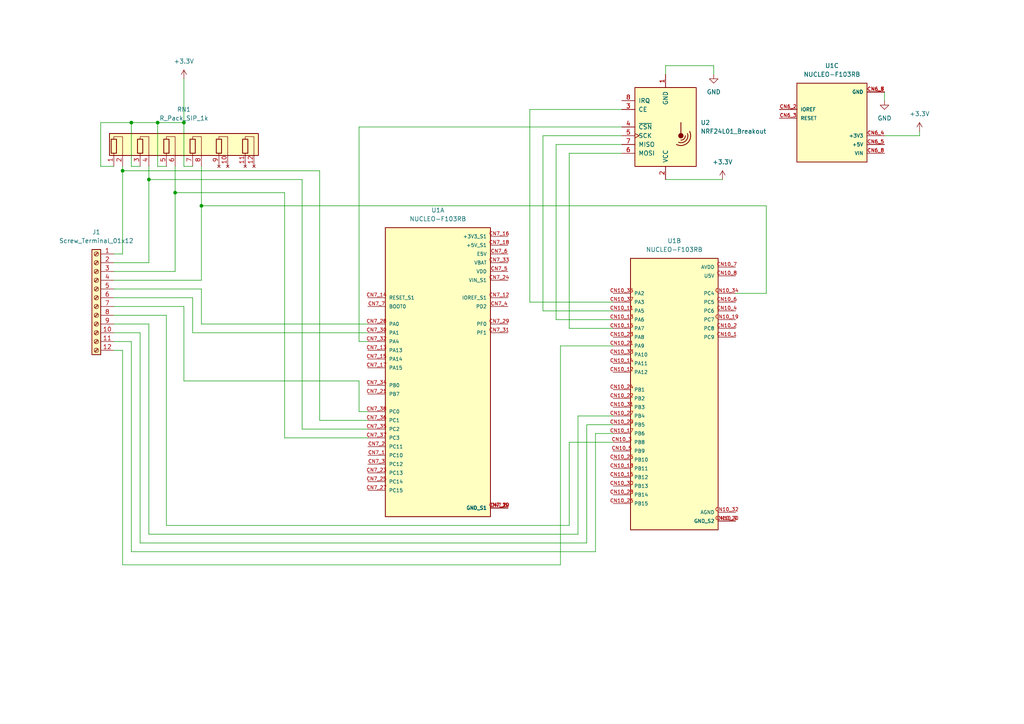
<source format=kicad_sch>
(kicad_sch (version 20211123) (generator eeschema)
  (paper "A4")
  (lib_symbols
    (symbol "Connector:Screw_Terminal_01x12" (pin_names (offset 1.016) hide)
      (property "Reference" "J" (at 0 15.24 0))
      (property "Value" "Screw_Terminal_01x12" (at 0 -17.78 0))
      (symbol "Screw_Terminal_01x12_1_1"
        (rectangle (start -1.27 13.97) (end 1.27 -16.51) (stroke (width 0.254)) (fill (type background)))
        (circle (center 0 -15.24) (radius 0.635) (stroke (width 0.1524)))
        (circle (center 0 -12.7) (radius 0.635) (stroke (width 0.1524)))
        (circle (center 0 -10.16) (radius 0.635) (stroke (width 0.1524)))
        (circle (center 0 -7.62) (radius 0.635) (stroke (width 0.1524)))
        (circle (center 0 -5.08) (radius 0.635) (stroke (width 0.1524)))
        (circle (center 0 -2.54) (radius 0.635) (stroke (width 0.1524)))
        (polyline (pts (xy -0.5334 -14.9098) (xy 0.3302 -15.748)) (stroke (width 0.1524)))
        (polyline (pts (xy -0.5334 -12.3698) (xy 0.3302 -13.208)) (stroke (width 0.1524)))
        (polyline (pts (xy -0.5334 -9.8298) (xy 0.3302 -10.668)) (stroke (width 0.1524)))
        (polyline (pts (xy -0.5334 -7.2898) (xy 0.3302 -8.128)) (stroke (width 0.1524)))
        (polyline (pts (xy -0.5334 -4.7498) (xy 0.3302 -5.588)) (stroke (width 0.1524)))
        (polyline (pts (xy -0.5334 -2.2098) (xy 0.3302 -3.048)) (stroke (width 0.1524)))
        (polyline (pts (xy -0.5334 0.3302) (xy 0.3302 -0.508)) (stroke (width 0.1524)))
        (polyline (pts (xy -0.5334 2.8702) (xy 0.3302 2.032)) (stroke (width 0.1524)))
        (polyline (pts (xy -0.5334 5.4102) (xy 0.3302 4.572)) (stroke (width 0.1524)))
        (polyline (pts (xy -0.5334 7.9502) (xy 0.3302 7.112)) (stroke (width 0.1524)))
        (polyline (pts (xy -0.5334 10.4902) (xy 0.3302 9.652)) (stroke (width 0.1524)))
        (polyline (pts (xy -0.5334 13.0302) (xy 0.3302 12.192)) (stroke (width 0.1524)))
        (polyline (pts (xy -0.3556 -14.732) (xy 0.508 -15.5702)) (stroke (width 0.1524)))
        (polyline (pts (xy -0.3556 -12.192) (xy 0.508 -13.0302)) (stroke (width 0.1524)))
        (polyline (pts (xy -0.3556 -9.652) (xy 0.508 -10.4902)) (stroke (width 0.1524)))
        (polyline (pts (xy -0.3556 -7.112) (xy 0.508 -7.9502)) (stroke (width 0.1524)))
        (polyline (pts (xy -0.3556 -4.572) (xy 0.508 -5.4102)) (stroke (width 0.1524)))
        (polyline (pts (xy -0.3556 -2.032) (xy 0.508 -2.8702)) (stroke (width 0.1524)))
        (polyline (pts (xy -0.3556 0.508) (xy 0.508 -0.3302)) (stroke (width 0.1524)))
        (polyline (pts (xy -0.3556 3.048) (xy 0.508 2.2098)) (stroke (width 0.1524)))
        (polyline (pts (xy -0.3556 5.588) (xy 0.508 4.7498)) (stroke (width 0.1524)))
        (polyline (pts (xy -0.3556 8.128) (xy 0.508 7.2898)) (stroke (width 0.1524)))
        (polyline (pts (xy -0.3556 10.668) (xy 0.508 9.8298)) (stroke (width 0.1524)))
        (polyline (pts (xy -0.3556 13.208) (xy 0.508 12.3698)) (stroke (width 0.1524)))
        (circle (center 0 0) (radius 0.635) (stroke (width 0.1524)))
        (circle (center 0 2.54) (radius 0.635) (stroke (width 0.1524)))
        (circle (center 0 5.08) (radius 0.635) (stroke (width 0.1524)))
        (circle (center 0 7.62) (radius 0.635) (stroke (width 0.1524)))
        (circle (center 0 10.16) (radius 0.635) (stroke (width 0.1524)))
        (circle (center 0 12.7) (radius 0.635) (stroke (width 0.1524)))
        (pin passive line (at -5.08 12.7 0) (length 3.81) (name "Pin_1") (number "1"))
        (pin passive line (at -5.08 -10.16 0) (length 3.81) (name "Pin_10") (number "10"))
        (pin passive line (at -5.08 -12.7 0) (length 3.81) (name "Pin_11") (number "11"))
        (pin passive line (at -5.08 -15.24 0) (length 3.81) (name "Pin_12") (number "12"))
        (pin passive line (at -5.08 10.16 0) (length 3.81) (name "Pin_2") (number "2"))
        (pin passive line (at -5.08 7.62 0) (length 3.81) (name "Pin_3") (number "3"))
        (pin passive line (at -5.08 5.08 0) (length 3.81) (name "Pin_4") (number "4"))
        (pin passive line (at -5.08 2.54 0) (length 3.81) (name "Pin_5") (number "5"))
        (pin passive line (at -5.08 0 0) (length 3.81) (name "Pin_6") (number "6"))
        (pin passive line (at -5.08 -2.54 0) (length 3.81) (name "Pin_7") (number "7"))
        (pin passive line (at -5.08 -5.08 0) (length 3.81) (name "Pin_8") (number "8"))
        (pin passive line (at -5.08 -7.62 0) (length 3.81) (name "Pin_9") (number "9"))
      )
    )
    (symbol "Device:R_Pack06_SIP" (pin_names (offset 0) hide)
      (property "Reference" "RN?" (at 0 11.43 0))
      (property "Value" "R_Pack06_SIP" (at 0 8.89 0))
      (symbol "R_Pack06_SIP_0_1"
        (rectangle (start -21.59 -1.905) (end 21.59 4.445) (stroke (width 0.254)) (fill (type background)))
        (rectangle (start -21.082 2.794) (end -19.558 -1.27) (stroke (width 0.254)))
        (rectangle (start -13.462 2.794) (end -11.938 -1.27) (stroke (width 0.254)))
        (rectangle (start -5.842 2.794) (end -4.318 -1.27) (stroke (width 0.254)))
        (polyline (pts (xy -20.32 2.794) (xy -20.32 3.556) (xy -17.78 3.556) (xy -17.78 -1.27)))
        (polyline (pts (xy -12.7 2.794) (xy -12.7 3.556) (xy -10.16 3.556) (xy -10.16 -1.27)))
        (polyline (pts (xy -5.08 2.794) (xy -5.08 3.556) (xy -2.54 3.556) (xy -2.54 -1.27)))
        (polyline (pts (xy 2.54 2.794) (xy 2.54 3.556) (xy 5.08 3.556) (xy 5.08 -1.27)))
        (polyline (pts (xy 10.16 2.794) (xy 10.16 3.556) (xy 12.7 3.556) (xy 12.7 -1.27)))
        (polyline (pts (xy 17.78 2.794) (xy 17.78 3.556) (xy 20.32 3.556) (xy 20.32 -1.27)))
        (rectangle (start 1.778 2.794) (end 3.302 -1.27) (stroke (width 0.254)))
        (rectangle (start 9.398 2.794) (end 10.922 -1.27) (stroke (width 0.254)))
        (rectangle (start 17.018 2.794) (end 18.542 -1.27) (stroke (width 0.254)))
      )
      (symbol "R_Pack06_SIP_1_1"
        (pin passive line (at -20.32 -5.08 90) (length 3.81) (name "R1.1") (number "1"))
        (pin no_connect line (at 12.7 -5.08 90) (length 3.81) (name "R5.2") (number "10"))
        (pin no_connect line (at 17.78 -5.08 90) (length 3.81) (name "R6.1") (number "11"))
        (pin no_connect line (at 20.32 -5.08 90) (length 3.81) (name "R6.2") (number "12"))
        (pin passive line (at -17.78 -5.08 90) (length 3.81) (name "R1.2") (number "2"))
        (pin passive line (at -12.7 -5.08 90) (length 3.81) (name "R2.1") (number "3"))
        (pin passive line (at -10.16 -5.08 90) (length 3.81) (name "R2.2") (number "4"))
        (pin passive line (at -5.08 -5.08 90) (length 3.81) (name "R3.1") (number "5"))
        (pin passive line (at -2.54 -5.08 90) (length 3.81) (name "R3.2") (number "6"))
        (pin passive line (at 2.54 -5.08 90) (length 3.81) (name "R4.1") (number "7"))
        (pin passive line (at 5.08 -5.08 90) (length 3.81) (name "R4.2") (number "8"))
        (pin no_connect line (at 10.16 -5.08 90) (length 3.81) (name "R5.1") (number "9"))
      )
    )
    (symbol "NUCLEO-F303RE:NUCLEO-F303RE" (pin_names (offset 1.016))
      (property "Reference" "U" (at -15.24 41.91 0))
      (property "Value" "NUCLEO-F303RE" (at -15.24 -44.45 0))
      (symbol "NUCLEO-F303RE_1_0"
        (rectangle (start -15.24 -43.18) (end 15.24 40.64) (stroke (width 0.254)) (fill (type background)))
        (pin bidirectional line (at -20.32 -25.4 0) (length 5.08) (name "PC10") (number "CN7_1"))
        (pin bidirectional line (at 20.32 20.32 180) (length 5.08) (name "IOREF_S1") (number "CN7_12"))
        (pin bidirectional line (at -20.32 5.08 0) (length 5.08) (name "PA13") (number "CN7_13"))
        (pin bidirectional line (at -20.32 20.32 0) (length 5.08) (name "RESET_S1") (number "CN7_14"))
        (pin bidirectional line (at -20.32 2.54 0) (length 5.08) (name "PA14") (number "CN7_15"))
        (pin power_in line (at 20.32 38.1 180) (length 5.08) (name "+3V3_S1") (number "CN7_16"))
        (pin bidirectional line (at -20.32 0 0) (length 5.08) (name "PA15") (number "CN7_17"))
        (pin power_in line (at 20.32 35.56 180) (length 5.08) (name "+5V_S1") (number "CN7_18"))
        (pin power_in line (at 20.32 -40.64 180) (length 5.08) (name "GND_S1") (number "CN7_19"))
        (pin bidirectional line (at -20.32 -22.86 0) (length 5.08) (name "PC11") (number "CN7_2"))
        (pin power_in line (at 20.32 -40.64 180) (length 5.08) (name "GND_S1") (number "CN7_20"))
        (pin bidirectional line (at -20.32 -7.62 0) (length 5.08) (name "PB7") (number "CN7_21"))
        (pin power_in line (at 20.32 -40.64 180) (length 5.08) (name "GND_S1") (number "CN7_22"))
        (pin bidirectional line (at -20.32 -30.48 0) (length 5.08) (name "PC13") (number "CN7_23"))
        (pin power_in line (at 20.32 25.4 180) (length 5.08) (name "VIN_S1") (number "CN7_24"))
        (pin bidirectional line (at -20.32 -33.02 0) (length 5.08) (name "PC14") (number "CN7_25"))
        (pin bidirectional line (at -20.32 -35.56 0) (length 5.08) (name "PC15") (number "CN7_27"))
        (pin bidirectional line (at -20.32 12.7 0) (length 5.08) (name "PA0") (number "CN7_28"))
        (pin bidirectional line (at 20.32 12.7 180) (length 5.08) (name "PF0") (number "CN7_29"))
        (pin bidirectional line (at -20.32 -27.94 0) (length 5.08) (name "PC12") (number "CN7_3"))
        (pin bidirectional line (at -20.32 10.16 0) (length 5.08) (name "PA1") (number "CN7_30"))
        (pin bidirectional line (at 20.32 10.16 180) (length 5.08) (name "PF1") (number "CN7_31"))
        (pin bidirectional line (at -20.32 7.62 0) (length 5.08) (name "PA4") (number "CN7_32"))
        (pin power_in line (at 20.32 30.48 180) (length 5.08) (name "VBAT") (number "CN7_33"))
        (pin bidirectional line (at -20.32 -5.08 0) (length 5.08) (name "PB0") (number "CN7_34"))
        (pin bidirectional line (at -20.32 -17.78 0) (length 5.08) (name "PC2") (number "CN7_35"))
        (pin bidirectional line (at -20.32 -15.24 0) (length 5.08) (name "PC1") (number "CN7_36"))
        (pin bidirectional line (at -20.32 -20.32 0) (length 5.08) (name "PC3") (number "CN7_37"))
        (pin bidirectional line (at -20.32 -12.7 0) (length 5.08) (name "PC0") (number "CN7_38"))
        (pin bidirectional line (at 20.32 17.78 180) (length 5.08) (name "PD2") (number "CN7_4"))
        (pin power_in line (at 20.32 27.94 180) (length 5.08) (name "VDD") (number "CN7_5"))
        (pin power_in line (at 20.32 33.02 180) (length 5.08) (name "E5V") (number "CN7_6"))
        (pin bidirectional line (at -20.32 17.78 0) (length 5.08) (name "BOOT0") (number "CN7_7"))
        (pin power_in line (at 20.32 -40.64 180) (length 5.08) (name "GND_S1") (number "CN7_8"))
      )
      (symbol "NUCLEO-F303RE_2_0"
        (rectangle (start -12.7 -40.64) (end 12.7 38.1) (stroke (width 0.254)) (fill (type background)))
        (pin bidirectional line (at 17.78 15.24 180) (length 5.08) (name "PC9") (number "CN10_1"))
        (pin bidirectional line (at -17.78 22.86 0) (length 5.08) (name "PA5") (number "CN10_11"))
        (pin bidirectional line (at -17.78 5.08 0) (length 5.08) (name "PA12") (number "CN10_12"))
        (pin bidirectional line (at -17.78 20.32 0) (length 5.08) (name "PA6") (number "CN10_13"))
        (pin bidirectional line (at -17.78 7.62 0) (length 5.08) (name "PA11") (number "CN10_14"))
        (pin bidirectional line (at -17.78 17.78 0) (length 5.08) (name "PA7") (number "CN10_15"))
        (pin bidirectional line (at -17.78 -25.4 0) (length 5.08) (name "PB12") (number "CN10_16"))
        (pin bidirectional line (at -17.78 -12.7 0) (length 5.08) (name "PB6") (number "CN10_17"))
        (pin bidirectional line (at -17.78 -22.86 0) (length 5.08) (name "PB11") (number "CN10_18"))
        (pin bidirectional line (at 17.78 20.32 180) (length 5.08) (name "PC7") (number "CN10_19"))
        (pin bidirectional line (at 17.78 17.78 180) (length 5.08) (name "PC8") (number "CN10_2"))
        (pin power_in line (at 17.78 -38.1 180) (length 5.08) (name "GND_S2") (number "CN10_20"))
        (pin bidirectional line (at -17.78 12.7 0) (length 5.08) (name "PA9") (number "CN10_21"))
        (pin bidirectional line (at -17.78 -2.54 0) (length 5.08) (name "PB2") (number "CN10_22"))
        (pin bidirectional line (at -17.78 15.24 0) (length 5.08) (name "PA8") (number "CN10_23"))
        (pin bidirectional line (at -17.78 0 0) (length 5.08) (name "PB1") (number "CN10_24"))
        (pin bidirectional line (at -17.78 -20.32 0) (length 5.08) (name "PB10") (number "CN10_25"))
        (pin bidirectional line (at -17.78 -33.02 0) (length 5.08) (name "PB15") (number "CN10_26"))
        (pin bidirectional line (at -17.78 -7.62 0) (length 5.08) (name "PB4") (number "CN10_27"))
        (pin bidirectional line (at -17.78 -30.48 0) (length 5.08) (name "PB14") (number "CN10_28"))
        (pin bidirectional line (at -17.78 -10.16 0) (length 5.08) (name "PB5") (number "CN10_29"))
        (pin bidirectional line (at -17.78 -15.24 0) (length 5.08) (name "PB8") (number "CN10_3"))
        (pin bidirectional line (at -17.78 -27.94 0) (length 5.08) (name "PB13") (number "CN10_30"))
        (pin bidirectional line (at -17.78 -5.08 0) (length 5.08) (name "PB3") (number "CN10_31"))
        (pin power_in line (at 17.78 -35.56 180) (length 5.08) (name "AGND") (number "CN10_32"))
        (pin bidirectional line (at -17.78 10.16 0) (length 5.08) (name "PA10") (number "CN10_33"))
        (pin bidirectional line (at 17.78 27.94 180) (length 5.08) (name "PC4") (number "CN10_34"))
        (pin bidirectional line (at -17.78 27.94 0) (length 5.08) (name "PA2") (number "CN10_35"))
        (pin bidirectional line (at -17.78 25.4 0) (length 5.08) (name "PA3") (number "CN10_37"))
        (pin bidirectional line (at 17.78 22.86 180) (length 5.08) (name "PC6") (number "CN10_4"))
        (pin bidirectional line (at -17.78 -17.78 0) (length 5.08) (name "PB9") (number "CN10_5"))
        (pin bidirectional line (at 17.78 25.4 180) (length 5.08) (name "PC5") (number "CN10_6"))
        (pin power_in line (at 17.78 35.56 180) (length 5.08) (name "AVDD") (number "CN10_7"))
        (pin power_in line (at 17.78 33.02 180) (length 5.08) (name "U5V") (number "CN10_8"))
        (pin power_in line (at 17.78 -38.1 180) (length 5.08) (name "GND_S2") (number "CN10_9"))
      )
      (symbol "NUCLEO-F303RE_3_0"
        (rectangle (start -10.16 -12.7) (end 10.16 10.16) (stroke (width 0.254)) (fill (type background)))
        (pin bidirectional line (at -15.24 -5.08 0) (length 5.08) (name "IOREF") (number "CN6_2"))
        (pin bidirectional line (at -15.24 -2.54 0) (length 5.08) (name "RESET") (number "CN6_3"))
        (pin power_in line (at 15.24 2.54 180) (length 5.08) (name "+3V3") (number "CN6_4"))
        (pin power_in line (at 15.24 5.08 180) (length 5.08) (name "+5V") (number "CN6_5"))
        (pin power_in line (at 15.24 -10.16 180) (length 5.08) (name "GND") (number "CN6_6"))
        (pin power_in line (at 15.24 -10.16 180) (length 5.08) (name "GND") (number "CN6_7"))
        (pin power_in line (at 15.24 7.62 180) (length 5.08) (name "VIN") (number "CN6_8"))
      )
      (symbol "NUCLEO-F303RE_4_0"
        (rectangle (start -5.08 -12.7) (end 5.08 12.7) (stroke (width 0.254)) (fill (type background)))
        (pin input line (at -10.16 10.16 0) (length 5.08) (name "D0") (number "CN9_1"))
        (pin output line (at -10.16 7.62 0) (length 5.08) (name "D1") (number "CN9_2"))
        (pin bidirectional line (at -10.16 2.54 0) (length 5.08) (name "D2") (number "CN9_3"))
        (pin bidirectional line (at -10.16 0 0) (length 5.08) (name "D3") (number "CN9_4"))
        (pin bidirectional line (at -10.16 -2.54 0) (length 5.08) (name "D4") (number "CN9_5"))
        (pin bidirectional line (at -10.16 -5.08 0) (length 5.08) (name "D5") (number "CN9_6"))
        (pin bidirectional line (at -10.16 -7.62 0) (length 5.08) (name "D6") (number "CN9_7"))
        (pin bidirectional line (at -10.16 -10.16 0) (length 5.08) (name "D7") (number "CN9_8"))
      )
      (symbol "NUCLEO-F303RE_5_0"
        (rectangle (start -5.08 -10.16) (end 5.08 7.62) (stroke (width 0.254)) (fill (type background)))
        (pin input line (at -10.16 5.08 0) (length 5.08) (name "A0") (number "CN8_1"))
        (pin input line (at -10.16 2.54 0) (length 5.08) (name "A1") (number "CN8_2"))
        (pin input line (at -10.16 0 0) (length 5.08) (name "A2") (number "CN8_3"))
        (pin input line (at -10.16 -2.54 0) (length 5.08) (name "A3") (number "CN8_4"))
        (pin input line (at -10.16 -5.08 0) (length 5.08) (name "A4") (number "CN8_5"))
        (pin input line (at -10.16 -7.62 0) (length 5.08) (name "A5") (number "CN8_6"))
      )
      (symbol "NUCLEO-F303RE_6_0"
        (rectangle (start -10.16 -17.78) (end 10.16 15.24) (stroke (width 0.254)) (fill (type background)))
        (pin bidirectional line (at -15.24 7.62 0) (length 5.08) (name "D8") (number "CN5_1"))
        (pin bidirectional clock (at -15.24 -10.16 0) (length 5.08) (name "D15") (number "CN5_10"))
        (pin bidirectional line (at -15.24 5.08 0) (length 5.08) (name "D9") (number "CN5_2"))
        (pin bidirectional line (at -15.24 2.54 0) (length 5.08) (name "D10") (number "CN5_3"))
        (pin bidirectional line (at -15.24 0 0) (length 5.08) (name "D11") (number "CN5_4"))
        (pin bidirectional line (at -15.24 -2.54 0) (length 5.08) (name "D12") (number "CN5_5"))
        (pin bidirectional clock (at -15.24 -5.08 0) (length 5.08) (name "D13") (number "CN5_6"))
        (pin power_in line (at 15.24 -15.24 180) (length 5.08) (name "GND_S6") (number "CN5_7"))
        (pin power_in line (at 15.24 12.7 180) (length 5.08) (name "AVDD_S6") (number "CN5_8"))
        (pin bidirectional line (at -15.24 -7.62 0) (length 5.08) (name "D14") (number "CN5_9"))
      )
    )
    (symbol "RF:NRF24L01_Breakout" (pin_names (offset 1.016))
      (property "Reference" "U" (at -8.89 12.7 0))
      (property "Value" "NRF24L01_Breakout" (at 3.81 12.7 0))
      (symbol "NRF24L01_Breakout_0_1"
        (rectangle (start -8.89 11.43) (end 8.89 -11.43) (stroke (width 0.254)) (fill (type background)))
        (polyline (pts (xy 4.445 1.905) (xy 4.445 -1.27)) (stroke (width 0.254)))
        (circle (center 4.445 2.54) (radius 0.635) (stroke (width 0.254)) (fill (type outline)))
        (arc (start 5.715 2.54) (mid 5.3521 3.4546) (end 4.445 3.81) (stroke (width 0.254)))
        (arc (start 6.35 1.905) (mid 5.8763 3.9854) (end 3.81 4.445) (stroke (width 0.254)))
        (arc (start 6.985 1.27) (mid 6.453 4.548) (end 3.175 5.08) (stroke (width 0.254)))
      )
      (symbol "NRF24L01_Breakout_1_1"
        (pin power_in line (at 0 -15.24 90) (length 3.81) (name "GND") (number "1"))
        (pin power_in line (at 0 15.24 270) (length 3.81) (name "VCC") (number "2"))
        (pin input line (at -12.7 -5.08 0) (length 3.81) (name "CE") (number "3"))
        (pin input line (at -12.7 0 0) (length 3.81) (name "~{CSN}") (number "4"))
        (pin input clock (at -12.7 2.54 0) (length 3.81) (name "SCK") (number "5"))
        (pin input line (at -12.7 7.62 0) (length 3.81) (name "MOSI") (number "6"))
        (pin output line (at -12.7 5.08 0) (length 3.81) (name "MISO") (number "7"))
        (pin output line (at -12.7 -7.62 0) (length 3.81) (name "IRQ") (number "8"))
      )
    )
    (symbol "power:+3.3V" (power) (pin_names (offset 0))
      (property "Value" "+3.3V" (at 0 3.556 0))
      (symbol "+3.3V_0_1"
        (polyline (pts (xy -0.762 1.27) (xy 0 2.54)))
        (polyline (pts (xy 0 0) (xy 0 2.54)))
        (polyline (pts (xy 0 2.54) (xy 0.762 1.27)))
      )
      (symbol "+3.3V_1_1"
        (pin power_in line (at 0 0 90) (length 0) hide (name "+3.3V") (number "1"))
      )
    )
    (symbol "power:GND" (power) (pin_names (offset 0))
      (property "Value" "GND" (at 0 -3.81 0))
      (symbol "GND_0_1"
        (polyline (pts (xy 0 0) (xy 0 -1.27) (xy 1.27 -1.27) (xy 0 -2.54) (xy -1.27 -1.27) (xy 0 -1.27)))
      )
      (symbol "GND_1_1"
        (pin power_in line (at 0 0 270) (length 0) hide (name "GND") (number "1"))
      )
    )
  )
  (junction (at 45.72 35.56))
  (junction (at 58.42 59.69))
  (junction (at 43.18 52.07))
  (junction (at 50.8 55.88))
  (junction (at 38.1 35.56))
  (junction (at 53.34 35.56))
  (junction (at 35.56 49.53))
  (wire (pts (xy 58.42 93.98) (xy 58.42 83.82)))
  (wire (pts (xy 53.34 88.9) (xy 33.02 88.9)))
  (wire (pts (xy 161.29 92.71) (xy 161.29 41.91)))
  (wire (pts (xy 165.1 128.27) (xy 165.1 152.4)))
  (wire (pts (xy 58.42 48.26) (xy 58.42 59.69)))
  (wire (pts (xy 170.18 123.19) (xy 170.18 157.48)))
  (wire (pts (xy 87.63 124.46) (xy 87.63 52.07)))
  (wire (pts (xy 38.1 35.56) (xy 45.72 35.56)))
  (wire (pts (xy 50.8 78.74) (xy 33.02 78.74)))
  (wire (pts (xy 35.56 49.53) (xy 35.56 73.66)))
  (wire (pts (xy 58.42 81.28) (xy 33.02 81.28)))
  (wire (pts (xy 50.8 48.26) (xy 50.8 55.88)))
  (wire (pts (xy 92.71 121.92) (xy 92.71 49.53)))
  (wire (pts (xy 207.01 19.05) (xy 207.01 21.59)))
  (wire (pts (xy 87.63 52.07) (xy 43.18 52.07)))
  (wire (pts (xy 106.68 96.52) (xy 55.88 96.52)))
  (wire (pts (xy 165.1 95.25) (xy 165.1 44.45)))
  (wire (pts (xy 48.26 48.26) (xy 45.72 48.26)))
  (wire (pts (xy 43.18 52.07) (xy 43.18 76.2)))
  (wire (pts (xy 104.14 110.49) (xy 53.34 110.49)))
  (wire (pts (xy 55.88 96.52) (xy 55.88 86.36)))
  (wire (pts (xy 193.04 19.05) (xy 207.01 19.05)))
  (wire (pts (xy 106.68 121.92) (xy 92.71 121.92)))
  (wire (pts (xy 177.8 123.19) (xy 170.18 123.19)))
  (wire (pts (xy 53.34 48.26) (xy 53.34 35.56)))
  (wire (pts (xy 177.8 120.65) (xy 167.64 120.65)))
  (wire (pts (xy 35.56 48.26) (xy 35.56 49.53)))
  (wire (pts (xy 161.29 41.91) (xy 180.34 41.91)))
  (wire (pts (xy 106.68 93.98) (xy 58.42 93.98)))
  (wire (pts (xy 167.64 120.65) (xy 167.64 154.94)))
  (wire (pts (xy 55.88 86.36) (xy 33.02 86.36)))
  (wire (pts (xy 45.72 48.26) (xy 45.72 35.56)))
  (wire (pts (xy 106.68 124.46) (xy 87.63 124.46)))
  (wire (pts (xy 43.18 93.98) (xy 33.02 93.98)))
  (wire (pts (xy 172.72 125.73) (xy 172.72 160.02)))
  (wire (pts (xy 106.68 127) (xy 82.55 127)))
  (wire (pts (xy 29.21 35.56) (xy 29.21 48.26)))
  (wire (pts (xy 29.21 35.56) (xy 38.1 35.56)))
  (wire (pts (xy 33.02 73.66) (xy 35.56 73.66)))
  (wire (pts (xy 177.8 128.27) (xy 165.1 128.27)))
  (wire (pts (xy 48.26 91.44) (xy 33.02 91.44)))
  (wire (pts (xy 53.34 110.49) (xy 53.34 88.9)))
  (wire (pts (xy 157.48 39.37) (xy 180.34 39.37)))
  (wire (pts (xy 106.68 119.38) (xy 104.14 119.38)))
  (wire (pts (xy 35.56 163.83) (xy 35.56 101.6)))
  (wire (pts (xy 38.1 99.06) (xy 33.02 99.06)))
  (wire (pts (xy 40.64 48.26) (xy 38.1 48.26)))
  (wire (pts (xy 222.25 59.69) (xy 58.42 59.69)))
  (wire (pts (xy 33.02 76.2) (xy 43.18 76.2)))
  (wire (pts (xy 256.54 39.37) (xy 266.7 39.37)))
  (wire (pts (xy 177.8 95.25) (xy 165.1 95.25)))
  (wire (pts (xy 45.72 35.56) (xy 53.34 35.56)))
  (wire (pts (xy 153.67 31.75) (xy 180.34 31.75)))
  (wire (pts (xy 165.1 152.4) (xy 48.26 152.4)))
  (wire (pts (xy 213.36 85.09) (xy 222.25 85.09)))
  (wire (pts (xy 104.14 119.38) (xy 104.14 110.49)))
  (wire (pts (xy 172.72 160.02) (xy 38.1 160.02)))
  (wire (pts (xy 162.56 100.33) (xy 162.56 163.83)))
  (wire (pts (xy 43.18 48.26) (xy 43.18 52.07)))
  (wire (pts (xy 38.1 48.26) (xy 38.1 35.56)))
  (wire (pts (xy 48.26 152.4) (xy 48.26 91.44)))
  (wire (pts (xy 29.21 48.26) (xy 33.02 48.26)))
  (wire (pts (xy 82.55 127) (xy 82.55 55.88)))
  (wire (pts (xy 38.1 160.02) (xy 38.1 99.06)))
  (wire (pts (xy 58.42 83.82) (xy 33.02 83.82)))
  (wire (pts (xy 40.64 157.48) (xy 40.64 96.52)))
  (wire (pts (xy 193.04 21.59) (xy 193.04 19.05)))
  (wire (pts (xy 256.54 26.67) (xy 256.54 29.21)))
  (wire (pts (xy 162.56 163.83) (xy 35.56 163.83)))
  (wire (pts (xy 104.14 36.83) (xy 180.34 36.83)))
  (wire (pts (xy 157.48 90.17) (xy 157.48 39.37)))
  (wire (pts (xy 40.64 96.52) (xy 33.02 96.52)))
  (wire (pts (xy 50.8 55.88) (xy 50.8 78.74)))
  (wire (pts (xy 43.18 154.94) (xy 43.18 93.98)))
  (wire (pts (xy 165.1 44.45) (xy 180.34 44.45)))
  (wire (pts (xy 153.67 87.63) (xy 153.67 31.75)))
  (wire (pts (xy 55.88 48.26) (xy 53.34 48.26)))
  (wire (pts (xy 177.8 90.17) (xy 157.48 90.17)))
  (wire (pts (xy 53.34 22.86) (xy 53.34 35.56)))
  (wire (pts (xy 167.64 154.94) (xy 43.18 154.94)))
  (wire (pts (xy 58.42 59.69) (xy 58.42 81.28)))
  (wire (pts (xy 266.7 39.37) (xy 266.7 38.1)))
  (wire (pts (xy 35.56 101.6) (xy 33.02 101.6)))
  (wire (pts (xy 222.25 85.09) (xy 222.25 59.69)))
  (wire (pts (xy 177.8 125.73) (xy 172.72 125.73)))
  (wire (pts (xy 193.04 52.07) (xy 209.55 52.07)))
  (wire (pts (xy 82.55 55.88) (xy 50.8 55.88)))
  (wire (pts (xy 177.8 92.71) (xy 161.29 92.71)))
  (wire (pts (xy 177.8 87.63) (xy 153.67 87.63)))
  (wire (pts (xy 106.68 99.06) (xy 104.14 99.06)))
  (wire (pts (xy 170.18 157.48) (xy 40.64 157.48)))
  (wire (pts (xy 177.8 100.33) (xy 162.56 100.33)))
  (wire (pts (xy 104.14 99.06) (xy 104.14 36.83)))
  (wire (pts (xy 92.71 49.53) (xy 35.56 49.53)))
  (symbol (lib_id "power:+3.3V") (at 266.7 38.1 0) (unit 1)
    (property "Reference" "#PWR?" (effects hide))
    (property "Value" "+3.3V" (at 266.7 33.02 0))
  )
  (symbol (lib_id "power:GND") (at 256.54 29.21 0) (unit 1)
    (property "Reference" "#PWR?" (effects hide))
    (property "Value" "GND" (at 256.54 34.29 0))
  )
  (symbol (lib_id "NUCLEO-F303RE:NUCLEO-F303RE") (at 127 106.68 0) (unit 1)
    (property "Reference" "U1" (at 127 60.96 0))
    (property "Value" "NUCLEO-F103RB" (at 127 63.5 0))
    (property "Footprint" "ST_NUCLEO-F303RE" (effects hide))
    (property "STANDARD" "Manufacturer recommendations" (effects hide))
    (property "PARTREV" "14" (effects hide))
    (property "MAXIMUM_PACKAGE_HEIGHT" "N/A" (effects hide))
    (property "MANUFACTURER" "STMicroelectronics" (effects hide))
  )
  (symbol (lib_id "power:+3.3V") (at 53.34 22.86 0) (unit 1)
    (property "Reference" "#PWR?" (effects hide))
    (property "Value" "+3.3V" (at 53.34 17.78 0))
  )
  (symbol (lib_id "RF:NRF24L01_Breakout") (at 193.04 36.83 0) (mirror x) (unit 1)
    (property "Reference" "U2" (at 203.2 35.5599 0) (effects (justify left)))
    (property "Value" "NRF24L01_Breakout" (at 203.2 38.0999 0) (effects (justify left)))
    (property "Footprint" "RF_Module:nRF24L01_Breakout" (effects hide))
    (property "Datasheet" "http://www.nordicsemi.com/eng/content/download/2730/34105/file/nRF24L01_Product_Specification_v2_0.pdf" (effects hide))
  )
  (symbol (lib_id "Connector:Screw_Terminal_01x12") (at 27.94 86.36 0) (mirror y) (unit 1)
    (property "Reference" "J1" (at 27.94 67.31 0))
    (property "Value" "Screw_Terminal_01x12" (at 27.94 69.85 0))
    (property "Footprint" "TerminalBlock_Phoenix:TerminalBlock_Phoenix_PT-1,5-12-3.5-H_1x12_P3.50mm_Horizontal" (effects hide))
  )
  (symbol (lib_id "NUCLEO-F303RE:NUCLEO-F303RE") (at 241.3 36.83 0) (mirror x) (unit 3)
    (property "Reference" "U1" (at 241.3 19.05 0))
    (property "Value" "NUCLEO-F103RB" (at 241.3 21.59 0))
    (property "Footprint" "ST_NUCLEO-F303RE" (effects hide))
    (property "STANDARD" "Manufacturer recommendations" (effects hide))
    (property "PARTREV" "14" (effects hide))
    (property "MAXIMUM_PACKAGE_HEIGHT" "N/A" (effects hide))
    (property "MANUFACTURER" "STMicroelectronics" (effects hide))
  )
  (symbol (lib_id "Device:R_Pack06_SIP") (at 53.34 43.18 0) (unit 1)
    (property "Reference" "RN1" (at 53.34 31.75 0))
    (property "Value" "R_Pack_SIP_1k" (at 53.34 34.29 0))
    (property "Footprint" "Resistor_THT:R_Array_SIP12" (effects hide))
    (property "Datasheet" "http://www.vishay.com/docs/31509/csc.pdf" (effects hide))
  )
  (symbol (lib_id "power:+3.3V") (at 209.55 52.07 0) (unit 1)
    (property "Reference" "#PWR?" (effects hide))
    (property "Value" "+3.3V" (at 209.55 46.99 0))
  )
  (symbol (lib_id "NUCLEO-F303RE:NUCLEO-F303RE") (at 195.58 113.03 0) (unit 2)
    (property "Reference" "U1" (at 195.58 69.85 0))
    (property "Value" "NUCLEO-F103RB" (at 195.58 72.39 0))
    (property "Footprint" "ST_NUCLEO-F303RE" (effects hide))
    (property "STANDARD" "Manufacturer recommendations" (effects hide))
    (property "PARTREV" "14" (effects hide))
    (property "MAXIMUM_PACKAGE_HEIGHT" "N/A" (effects hide))
    (property "MANUFACTURER" "STMicroelectronics" (effects hide))
  )
  (symbol (lib_id "power:GND") (at 207.01 21.59 0) (unit 1)
    (property "Reference" "#PWR?" (effects hide))
    (property "Value" "GND" (at 207.01 26.67 0))
  )
)
</source>
